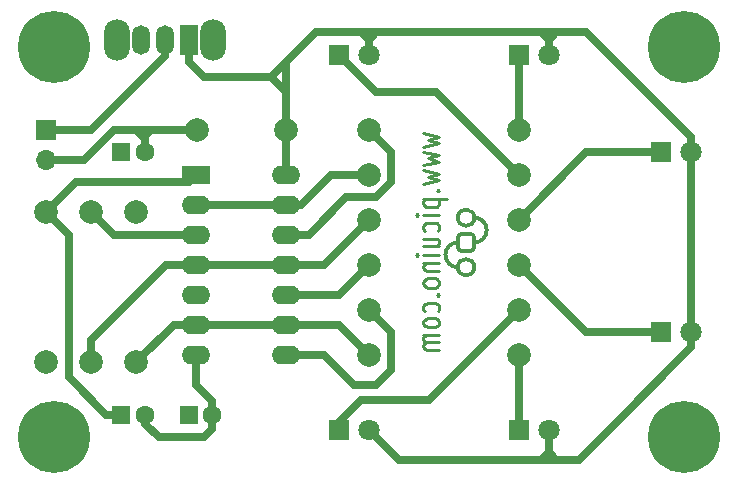
<source format=gbr>
%TF.GenerationSoftware,KiCad,Pcbnew,(5.1.12)-1*%
%TF.CreationDate,2022-01-20T18:33:59+01:00*%
%TF.ProjectId,pcb-luces-led-navidad,7063622d-6c75-4636-9573-2d6c65642d6e,R2*%
%TF.SameCoordinates,PX3072580PY3072580*%
%TF.FileFunction,Copper,L2,Bot*%
%TF.FilePolarity,Positive*%
%FSLAX46Y46*%
G04 Gerber Fmt 4.6, Leading zero omitted, Abs format (unit mm)*
G04 Created by KiCad (PCBNEW (5.1.12)-1) date 2022-01-20 18:33:59*
%MOMM*%
%LPD*%
G01*
G04 APERTURE LIST*
%ADD10C,0.250000*%
%TA.AperFunction,EtchedComponent*%
%ADD11C,0.300000*%
%TD*%
%TA.AperFunction,ComponentPad*%
%ADD12R,1.600000X1.600000*%
%TD*%
%TA.AperFunction,ComponentPad*%
%ADD13C,1.600000*%
%TD*%
%TA.AperFunction,ComponentPad*%
%ADD14C,2.000000*%
%TD*%
%TA.AperFunction,ComponentPad*%
%ADD15C,6.096000*%
%TD*%
%TA.AperFunction,ComponentPad*%
%ADD16R,2.400000X1.600000*%
%TD*%
%TA.AperFunction,ComponentPad*%
%ADD17O,2.400000X1.600000*%
%TD*%
%TA.AperFunction,ComponentPad*%
%ADD18R,1.700000X1.700000*%
%TD*%
%TA.AperFunction,ComponentPad*%
%ADD19O,1.700000X1.700000*%
%TD*%
%TA.AperFunction,ComponentPad*%
%ADD20R,1.800000X1.800000*%
%TD*%
%TA.AperFunction,ComponentPad*%
%ADD21C,1.800000*%
%TD*%
%TA.AperFunction,ComponentPad*%
%ADD22R,1.500000X2.500000*%
%TD*%
%TA.AperFunction,ComponentPad*%
%ADD23O,1.500000X2.500000*%
%TD*%
%TA.AperFunction,ComponentPad*%
%ADD24O,2.200000X3.500000*%
%TD*%
%TA.AperFunction,Conductor*%
%ADD25C,0.635000*%
%TD*%
G04 APERTURE END LIST*
%TO.C,Picuino_Logo_B6*%
D10*
X34496428Y-10435000D02*
X35829761Y-10720714D01*
X34877380Y-11006428D01*
X35829761Y-11292142D01*
X34496428Y-11577857D01*
X34496428Y-12006428D02*
X35829761Y-12292142D01*
X34877380Y-12577857D01*
X35829761Y-12863571D01*
X34496428Y-13149285D01*
X34496428Y-13577857D02*
X35829761Y-13863571D01*
X34877380Y-14149285D01*
X35829761Y-14435000D01*
X34496428Y-14720714D01*
X35639285Y-15292142D02*
X35734523Y-15363571D01*
X35829761Y-15292142D01*
X35734523Y-15220714D01*
X35639285Y-15292142D01*
X35829761Y-15292142D01*
X34496428Y-16006428D02*
X36496428Y-16006428D01*
X34591666Y-16006428D02*
X34496428Y-16149285D01*
X34496428Y-16435000D01*
X34591666Y-16577857D01*
X34686904Y-16649285D01*
X34877380Y-16720714D01*
X35448809Y-16720714D01*
X35639285Y-16649285D01*
X35734523Y-16577857D01*
X35829761Y-16435000D01*
X35829761Y-16149285D01*
X35734523Y-16006428D01*
X35829761Y-17363571D02*
X34496428Y-17363571D01*
X33829761Y-17363571D02*
X33925000Y-17292142D01*
X34020238Y-17363571D01*
X33925000Y-17435000D01*
X33829761Y-17363571D01*
X34020238Y-17363571D01*
X35734523Y-18720714D02*
X35829761Y-18577857D01*
X35829761Y-18292142D01*
X35734523Y-18149285D01*
X35639285Y-18077857D01*
X35448809Y-18006428D01*
X34877380Y-18006428D01*
X34686904Y-18077857D01*
X34591666Y-18149285D01*
X34496428Y-18292142D01*
X34496428Y-18577857D01*
X34591666Y-18720714D01*
X34496428Y-20006428D02*
X35829761Y-20006428D01*
X34496428Y-19363571D02*
X35544047Y-19363571D01*
X35734523Y-19435000D01*
X35829761Y-19577857D01*
X35829761Y-19792142D01*
X35734523Y-19935000D01*
X35639285Y-20006428D01*
X35829761Y-20720714D02*
X34496428Y-20720714D01*
X33829761Y-20720714D02*
X33925000Y-20649285D01*
X34020238Y-20720714D01*
X33925000Y-20792142D01*
X33829761Y-20720714D01*
X34020238Y-20720714D01*
X34496428Y-21435000D02*
X35829761Y-21435000D01*
X34686904Y-21435000D02*
X34591666Y-21506428D01*
X34496428Y-21649285D01*
X34496428Y-21863571D01*
X34591666Y-22006428D01*
X34782142Y-22077857D01*
X35829761Y-22077857D01*
X35829761Y-23006428D02*
X35734523Y-22863571D01*
X35639285Y-22792142D01*
X35448809Y-22720714D01*
X34877380Y-22720714D01*
X34686904Y-22792142D01*
X34591666Y-22863571D01*
X34496428Y-23006428D01*
X34496428Y-23220714D01*
X34591666Y-23363571D01*
X34686904Y-23435000D01*
X34877380Y-23506428D01*
X35448809Y-23506428D01*
X35639285Y-23435000D01*
X35734523Y-23363571D01*
X35829761Y-23220714D01*
X35829761Y-23006428D01*
X35639285Y-24149285D02*
X35734523Y-24220714D01*
X35829761Y-24149285D01*
X35734523Y-24077857D01*
X35639285Y-24149285D01*
X35829761Y-24149285D01*
X35734523Y-25506428D02*
X35829761Y-25363571D01*
X35829761Y-25077857D01*
X35734523Y-24935000D01*
X35639285Y-24863571D01*
X35448809Y-24792142D01*
X34877380Y-24792142D01*
X34686904Y-24863571D01*
X34591666Y-24935000D01*
X34496428Y-25077857D01*
X34496428Y-25363571D01*
X34591666Y-25506428D01*
X35829761Y-26363571D02*
X35734523Y-26220714D01*
X35639285Y-26149285D01*
X35448809Y-26077857D01*
X34877380Y-26077857D01*
X34686904Y-26149285D01*
X34591666Y-26220714D01*
X34496428Y-26363571D01*
X34496428Y-26577857D01*
X34591666Y-26720714D01*
X34686904Y-26792142D01*
X34877380Y-26863571D01*
X35448809Y-26863571D01*
X35639285Y-26792142D01*
X35734523Y-26720714D01*
X35829761Y-26577857D01*
X35829761Y-26363571D01*
X35829761Y-27506428D02*
X34496428Y-27506428D01*
X34686904Y-27506428D02*
X34591666Y-27577857D01*
X34496428Y-27720714D01*
X34496428Y-27935000D01*
X34591666Y-28077857D01*
X34782142Y-28149285D01*
X35829761Y-28149285D01*
X34782142Y-28149285D02*
X34591666Y-28220714D01*
X34496428Y-28363571D01*
X34496428Y-28577857D01*
X34591666Y-28720714D01*
X34782142Y-28792142D01*
X35829761Y-28792142D01*
D11*
X38798500Y-21785580D02*
G75*
G03*
X38798500Y-21785580I-698500J0D01*
G01*
X37398960Y-19286220D02*
X37398960Y-20083780D01*
X37701220Y-20386040D02*
X38498780Y-20386040D01*
X38801040Y-20083780D02*
X38801040Y-19286220D01*
X38498780Y-18983960D02*
X37701220Y-18983960D01*
X38798500Y-17584420D02*
G75*
G03*
X38798500Y-17584420I-698500J0D01*
G01*
X37398960Y-19286220D02*
G75*
G02*
X37701220Y-18983960I302260J0D01*
G01*
X37701220Y-20386040D02*
G75*
G02*
X37398960Y-20083780I0J302260D01*
G01*
X38801040Y-20083780D02*
G75*
G02*
X38498780Y-20386040I-302260J0D01*
G01*
X38498780Y-18983960D02*
G75*
G02*
X38801040Y-19286220I0J-302260D01*
G01*
X39852600Y-18633440D02*
G75*
G02*
X38801040Y-19685000I-1051560J0D01*
G01*
X38801040Y-17584420D02*
G75*
G02*
X39850060Y-18633440I0J-1049020D01*
G01*
X36347400Y-20736560D02*
G75*
G02*
X37398960Y-19685000I1051560J0D01*
G01*
X37398960Y-21785580D02*
G75*
G02*
X36349940Y-20736560I0J1049020D01*
G01*
%TD*%
D12*
%TO.P,C3,1*%
%TO.N,Net-(C3-Pad1)*%
X8890000Y-12065000D03*
D13*
%TO.P,C3,2*%
%TO.N,GND*%
X10890000Y-12065000D03*
%TD*%
D12*
%TO.P,C1,1*%
%TO.N,Net-(C1-Pad1)*%
X8890000Y-34290000D03*
D13*
%TO.P,C1,2*%
%TO.N,GND*%
X10890000Y-34290000D03*
%TD*%
D12*
%TO.P,C2,1*%
%TO.N,Net-(C2-Pad1)*%
X14605000Y-34290000D03*
D13*
%TO.P,C2,2*%
%TO.N,GND*%
X16605000Y-34290000D03*
%TD*%
D14*
%TO.P,R9,1*%
%TO.N,Net-(R8-Pad2)*%
X10160000Y-29845000D03*
%TO.P,R9,2*%
%TO.N,Net-(C3-Pad1)*%
X10160000Y-17145000D03*
%TD*%
%TO.P,R6,1*%
%TO.N,Net-(R5-Pad2)*%
X6350000Y-29845000D03*
%TO.P,R6,2*%
%TO.N,Net-(C2-Pad1)*%
X6350000Y-17145000D03*
%TD*%
%TO.P,R3,1*%
%TO.N,Net-(R2-Pad2)*%
X2540000Y-29845000D03*
%TO.P,R3,2*%
%TO.N,Net-(C1-Pad1)*%
X2540000Y-17145000D03*
%TD*%
%TO.P,R8,1*%
%TO.N,Net-(D5-Pad1)*%
X42545000Y-29210000D03*
%TO.P,R8,2*%
%TO.N,Net-(R8-Pad2)*%
X29845000Y-29210000D03*
%TD*%
%TO.P,R7,1*%
%TO.N,Net-(D6-Pad1)*%
X42545000Y-25400000D03*
%TO.P,R7,2*%
%TO.N,Net-(R7-Pad2)*%
X29845000Y-25400000D03*
%TD*%
%TO.P,R4,1*%
%TO.N,Net-(D4-Pad1)*%
X42545000Y-21590000D03*
%TO.P,R4,2*%
%TO.N,Net-(R4-Pad2)*%
X29845000Y-21590000D03*
%TD*%
%TO.P,R5,1*%
%TO.N,Net-(D3-Pad1)*%
X42545000Y-17780000D03*
%TO.P,R5,2*%
%TO.N,Net-(R5-Pad2)*%
X29845000Y-17780000D03*
%TD*%
%TO.P,R2,1*%
%TO.N,Net-(D1-Pad1)*%
X42545000Y-13970000D03*
%TO.P,R2,2*%
%TO.N,Net-(R2-Pad2)*%
X29845000Y-13970000D03*
%TD*%
%TO.P,R1,1*%
%TO.N,Net-(D2-Pad1)*%
X42545000Y-10160000D03*
%TO.P,R1,2*%
%TO.N,Net-(R1-Pad2)*%
X29845000Y-10160000D03*
%TD*%
D15*
%TO.P,M3,*%
%TO.N,*%
X3175000Y-36195000D03*
%TD*%
%TO.P,M3,*%
%TO.N,*%
X3175000Y-3175000D03*
%TD*%
%TO.P,M3,*%
%TO.N,*%
X56515000Y-36195000D03*
%TD*%
%TO.P,M3,*%
%TO.N,*%
X56515000Y-3175000D03*
%TD*%
D16*
%TO.P,U1,1*%
%TO.N,Net-(C1-Pad1)*%
X15240000Y-13970000D03*
D17*
%TO.P,U1,8*%
%TO.N,Net-(R7-Pad2)*%
X22860000Y-29210000D03*
%TO.P,U1,2*%
%TO.N,Net-(R2-Pad2)*%
X15240000Y-16510000D03*
%TO.P,U1,9*%
%TO.N,Net-(R8-Pad2)*%
X22860000Y-26670000D03*
%TO.P,U1,3*%
%TO.N,Net-(C2-Pad1)*%
X15240000Y-19050000D03*
%TO.P,U1,10*%
%TO.N,Net-(R4-Pad2)*%
X22860000Y-24130000D03*
%TO.P,U1,4*%
%TO.N,Net-(R5-Pad2)*%
X15240000Y-21590000D03*
%TO.P,U1,11*%
X22860000Y-21590000D03*
%TO.P,U1,5*%
%TO.N,Net-(C3-Pad1)*%
X15240000Y-24130000D03*
%TO.P,U1,12*%
%TO.N,Net-(R1-Pad2)*%
X22860000Y-19050000D03*
%TO.P,U1,6*%
%TO.N,Net-(R8-Pad2)*%
X15240000Y-26670000D03*
%TO.P,U1,13*%
%TO.N,Net-(R2-Pad2)*%
X22860000Y-16510000D03*
%TO.P,U1,7*%
%TO.N,GND*%
X15240000Y-29210000D03*
%TO.P,U1,14*%
%TO.N,+BATT*%
X22860000Y-13970000D03*
%TD*%
D14*
%TO.P,C4,1*%
%TO.N,+BATT*%
X22860000Y-10160000D03*
%TO.P,C4,2*%
%TO.N,GND*%
X15360000Y-10160000D03*
%TD*%
D18*
%TO.P,BT1,1*%
%TO.N,Net-(BT1-Pad1)*%
X2540000Y-10160000D03*
D19*
%TO.P,BT1,2*%
%TO.N,GND*%
X2540000Y-12700000D03*
%TD*%
D20*
%TO.P,D1,1*%
%TO.N,Net-(D1-Pad1)*%
X27305000Y-3810000D03*
D21*
%TO.P,D1,2*%
%TO.N,+BATT*%
X29845000Y-3810000D03*
%TD*%
%TO.P,D2,2*%
%TO.N,+BATT*%
X45085000Y-3810000D03*
D20*
%TO.P,D2,1*%
%TO.N,Net-(D2-Pad1)*%
X42545000Y-3810000D03*
%TD*%
%TO.P,D3,1*%
%TO.N,Net-(D3-Pad1)*%
X54610000Y-12065000D03*
D21*
%TO.P,D3,2*%
%TO.N,+BATT*%
X57150000Y-12065000D03*
%TD*%
%TO.P,D4,2*%
%TO.N,+BATT*%
X57150000Y-27305000D03*
D20*
%TO.P,D4,1*%
%TO.N,Net-(D4-Pad1)*%
X54610000Y-27305000D03*
%TD*%
%TO.P,D5,1*%
%TO.N,Net-(D5-Pad1)*%
X42545000Y-35560000D03*
D21*
%TO.P,D5,2*%
%TO.N,+BATT*%
X45085000Y-35560000D03*
%TD*%
%TO.P,D6,2*%
%TO.N,+BATT*%
X29845000Y-35560000D03*
D20*
%TO.P,D6,1*%
%TO.N,Net-(D6-Pad1)*%
X27305000Y-35560000D03*
%TD*%
D22*
%TO.P,SW1,1*%
%TO.N,+BATT*%
X14605000Y-2540000D03*
D23*
%TO.P,SW1,2*%
%TO.N,Net-(BT1-Pad1)*%
X12605000Y-2540000D03*
%TO.P,SW1,3*%
%TO.N,Net-(SW1-Pad3)*%
X10605000Y-2540000D03*
D24*
%TO.P,SW1,*%
%TO.N,*%
X16705000Y-2540000D03*
X8505000Y-2540000D03*
%TD*%
D25*
%TO.N,Net-(C1-Pad1)*%
X2540000Y-17145000D02*
X5080000Y-14605000D01*
X14605000Y-14605000D02*
X15240000Y-13970000D01*
X5080000Y-14605000D02*
X14605000Y-14605000D01*
X8890000Y-34290000D02*
X7620000Y-34290000D01*
X7620000Y-34290000D02*
X4445000Y-31115000D01*
X4445000Y-19050000D02*
X2540000Y-17145000D01*
X4445000Y-31115000D02*
X4445000Y-19050000D01*
%TO.N,Net-(R4-Pad2)*%
X22860000Y-24130000D02*
X27305000Y-24130000D01*
X27305000Y-24130000D02*
X29845000Y-21590000D01*
%TO.N,Net-(R2-Pad2)*%
X26670000Y-13970000D02*
X29845000Y-13970000D01*
X24130000Y-16510000D02*
X26670000Y-13970000D01*
X22860000Y-16510000D02*
X24130000Y-16510000D01*
X15240000Y-16510000D02*
X22860000Y-16510000D01*
%TO.N,Net-(R5-Pad2)*%
X22860000Y-21590000D02*
X23495000Y-21590000D01*
X22860000Y-21590000D02*
X26035000Y-21590000D01*
X26035000Y-21590000D02*
X29845000Y-17780000D01*
X15240000Y-21590000D02*
X22860000Y-21590000D01*
X12700000Y-21590000D02*
X15240000Y-21590000D01*
X6350000Y-29845000D02*
X6350000Y-27940000D01*
X6350000Y-27940000D02*
X12700000Y-21590000D01*
%TO.N,Net-(R8-Pad2)*%
X27305000Y-26670000D02*
X22860000Y-26670000D01*
X29845000Y-29210000D02*
X27305000Y-26670000D01*
X15240000Y-26670000D02*
X22860000Y-26670000D01*
X13335000Y-26670000D02*
X15240000Y-26670000D01*
X10160000Y-29845000D02*
X13335000Y-26670000D01*
%TO.N,Net-(R1-Pad2)*%
X31750000Y-14605000D02*
X31750000Y-12065000D01*
X27940000Y-15875000D02*
X30480000Y-15875000D01*
X22860000Y-19050000D02*
X24765000Y-19050000D01*
X24765000Y-19050000D02*
X27940000Y-15875000D01*
X30480000Y-15875000D02*
X31750000Y-14605000D01*
X31750000Y-12065000D02*
X29845000Y-10160000D01*
%TO.N,Net-(C2-Pad1)*%
X8255000Y-19050000D02*
X6350000Y-17145000D01*
X15240000Y-19050000D02*
X8255000Y-19050000D01*
%TO.N,Net-(R7-Pad2)*%
X31750000Y-27305000D02*
X29845000Y-25400000D01*
X31750000Y-30480000D02*
X31750000Y-27305000D01*
X30480000Y-31750000D02*
X31750000Y-30480000D01*
X28575000Y-31750000D02*
X30480000Y-31750000D01*
X26035000Y-29210000D02*
X28575000Y-31750000D01*
X22860000Y-29210000D02*
X26035000Y-29210000D01*
%TO.N,GND*%
X5715000Y-12700000D02*
X8255000Y-10160000D01*
X2540000Y-12700000D02*
X5715000Y-12700000D01*
X10890000Y-10255000D02*
X10795000Y-10160000D01*
X10890000Y-10700000D02*
X11430000Y-10160000D01*
X11430000Y-10160000D02*
X15360000Y-10160000D01*
X10795000Y-10160000D02*
X11430000Y-10160000D01*
X10890000Y-12065000D02*
X10890000Y-10700000D01*
X10890000Y-10700000D02*
X10890000Y-10255000D01*
X10890000Y-10700000D02*
X10700000Y-10700000D01*
X10700000Y-10700000D02*
X10160000Y-10160000D01*
X10160000Y-10160000D02*
X10795000Y-10160000D01*
X8255000Y-10160000D02*
X10160000Y-10160000D01*
X16605000Y-34290000D02*
X16605000Y-33115000D01*
X15240000Y-31750000D02*
X15240000Y-29210000D01*
X16605000Y-33115000D02*
X15240000Y-31750000D01*
X10890000Y-34290000D02*
X10890000Y-35020000D01*
X10890000Y-35020000D02*
X12065000Y-36195000D01*
X12065000Y-36195000D02*
X15875000Y-36195000D01*
X16605000Y-35465000D02*
X16605000Y-34290000D01*
X15875000Y-36195000D02*
X16605000Y-35465000D01*
%TO.N,+BATT*%
X32385000Y-38100000D02*
X43180000Y-38100000D01*
X29845000Y-35560000D02*
X32385000Y-38100000D01*
X57150000Y-28575000D02*
X57150000Y-27305000D01*
X50165000Y-35560000D02*
X57150000Y-28575000D01*
X57150000Y-27305000D02*
X57150000Y-12065000D01*
X45085000Y-2540000D02*
X45085000Y-3810000D01*
X31750000Y-1905000D02*
X44450000Y-1905000D01*
X44450000Y-1905000D02*
X45085000Y-2540000D01*
X29845000Y-2540000D02*
X30480000Y-1905000D01*
X30480000Y-1905000D02*
X31750000Y-1905000D01*
X29845000Y-2540000D02*
X29210000Y-1905000D01*
X29845000Y-3810000D02*
X29845000Y-2540000D01*
X29210000Y-1905000D02*
X30480000Y-1905000D01*
X47625000Y-38100000D02*
X50165000Y-35560000D01*
X45085000Y-35560000D02*
X45085000Y-37465000D01*
X43180000Y-38100000D02*
X44450000Y-38100000D01*
X45085000Y-37465000D02*
X45720000Y-38100000D01*
X45720000Y-38100000D02*
X47625000Y-38100000D01*
X44450000Y-38100000D02*
X45720000Y-38100000D01*
X45085000Y-2540000D02*
X45720000Y-1905000D01*
X45720000Y-1905000D02*
X44450000Y-1905000D01*
X45085000Y-37465000D02*
X44450000Y-38100000D01*
X22860000Y-13970000D02*
X22860000Y-10160000D01*
X26035000Y-1905000D02*
X29210000Y-1905000D01*
X45720000Y-1905000D02*
X48260000Y-1905000D01*
X57150000Y-10795000D02*
X57150000Y-12065000D01*
X48260000Y-1905000D02*
X57150000Y-10795000D01*
X14605000Y-4425000D02*
X15895000Y-5715000D01*
X14605000Y-2540000D02*
X14605000Y-4425000D01*
X15895000Y-5715000D02*
X21590000Y-5715000D01*
X26035000Y-1905000D02*
X25400000Y-1905000D01*
X22860000Y-6985000D02*
X21590000Y-5715000D01*
X22860000Y-10160000D02*
X22860000Y-6985000D01*
X22860000Y-6985000D02*
X22860000Y-4445000D01*
X22860000Y-4445000D02*
X25400000Y-1905000D01*
X21590000Y-5715000D02*
X22860000Y-4445000D01*
%TO.N,Net-(D1-Pad1)*%
X30480000Y-6985000D02*
X27305000Y-3810000D01*
X35560000Y-6985000D02*
X30480000Y-6985000D01*
X42545000Y-13970000D02*
X35560000Y-6985000D01*
%TO.N,Net-(D2-Pad1)*%
X42545000Y-10160000D02*
X42545000Y-3810000D01*
%TO.N,Net-(D3-Pad1)*%
X42545000Y-17780000D02*
X48260000Y-12065000D01*
X48260000Y-12065000D02*
X54610000Y-12065000D01*
%TO.N,Net-(D4-Pad1)*%
X42545000Y-21590000D02*
X48260000Y-27305000D01*
X48260000Y-27305000D02*
X54610000Y-27305000D01*
%TO.N,Net-(D5-Pad1)*%
X42545000Y-29210000D02*
X42545000Y-35560000D01*
%TO.N,Net-(D6-Pad1)*%
X34925000Y-33020000D02*
X42545000Y-25400000D01*
X29210000Y-33020000D02*
X34925000Y-33020000D01*
X27305000Y-34925000D02*
X29210000Y-33020000D01*
X27305000Y-35560000D02*
X27305000Y-34925000D01*
%TO.N,Net-(BT1-Pad1)*%
X2540000Y-10160000D02*
X4445000Y-10160000D01*
X4445000Y-10160000D02*
X6350000Y-10160000D01*
X12605000Y-3905000D02*
X12605000Y-2540000D01*
X6350000Y-10160000D02*
X12605000Y-3905000D01*
%TD*%
M02*

</source>
